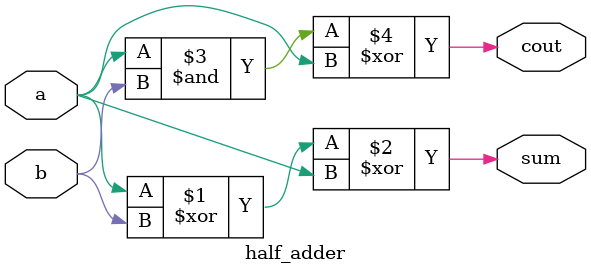
<source format=v>
module half_adder( 
input a, b,
output cout, sum );

// If a or b is 0, then the sum is just the bitwise or of the two inputs.
// If a or b is 1, then the sum is just the bitwise and of the two inputs.
assign sum = (a ^ b) ^ a;
assign cout = (a & b) ^ a;

endmodule

</source>
